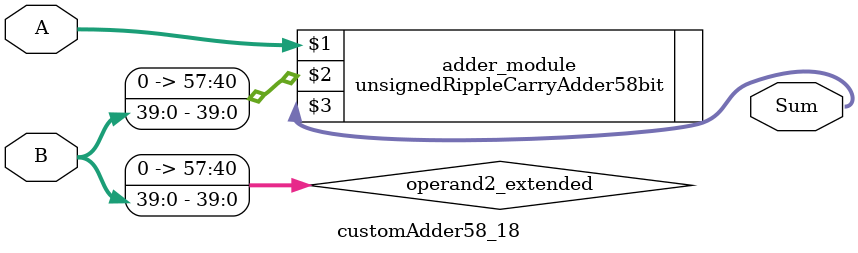
<source format=v>
module customAdder58_18(
                        input [57 : 0] A,
                        input [39 : 0] B,
                        
                        output [58 : 0] Sum
                );

        wire [57 : 0] operand2_extended;
        
        assign operand2_extended =  {18'b0, B};
        
        unsignedRippleCarryAdder58bit adder_module(
            A,
            operand2_extended,
            Sum
        );
        
        endmodule
        
</source>
